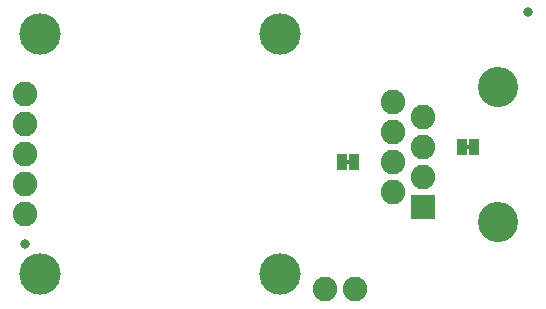
<source format=gbs>
G04 EAGLE Gerber RS-274X export*
G75*
%MOMM*%
%FSLAX34Y34*%
%LPD*%
%INSoldermask Bottom*%
%IPPOS*%
%AMOC8*
5,1,8,0,0,1.08239X$1,22.5*%
G01*
%ADD10C,2.082800*%
%ADD11R,2.082800X2.082800*%
%ADD12C,3.403200*%
%ADD13C,3.505200*%
%ADD14R,0.863600X1.473200*%
%ADD15C,0.838200*%

G36*
X389320Y131457D02*
X389320Y131457D01*
X389386Y131459D01*
X389429Y131477D01*
X389476Y131485D01*
X389533Y131519D01*
X389593Y131544D01*
X389628Y131575D01*
X389669Y131600D01*
X389711Y131651D01*
X389759Y131695D01*
X389781Y131737D01*
X389810Y131774D01*
X389831Y131836D01*
X389862Y131895D01*
X389870Y131949D01*
X389882Y131986D01*
X389881Y132026D01*
X389889Y132080D01*
X389889Y134620D01*
X389878Y134685D01*
X389876Y134751D01*
X389858Y134794D01*
X389850Y134841D01*
X389816Y134898D01*
X389791Y134958D01*
X389760Y134993D01*
X389735Y135034D01*
X389684Y135076D01*
X389640Y135124D01*
X389598Y135146D01*
X389561Y135175D01*
X389499Y135196D01*
X389440Y135227D01*
X389386Y135235D01*
X389349Y135247D01*
X389309Y135246D01*
X389255Y135254D01*
X385445Y135254D01*
X385380Y135243D01*
X385314Y135241D01*
X385271Y135223D01*
X385224Y135215D01*
X385167Y135181D01*
X385107Y135156D01*
X385072Y135125D01*
X385031Y135100D01*
X384990Y135049D01*
X384941Y135005D01*
X384919Y134963D01*
X384890Y134926D01*
X384869Y134864D01*
X384838Y134805D01*
X384830Y134751D01*
X384818Y134714D01*
X384818Y134711D01*
X384819Y134674D01*
X384811Y134620D01*
X384811Y132080D01*
X384822Y132015D01*
X384824Y131949D01*
X384842Y131906D01*
X384850Y131859D01*
X384884Y131802D01*
X384909Y131742D01*
X384940Y131707D01*
X384965Y131666D01*
X385016Y131625D01*
X385060Y131576D01*
X385102Y131554D01*
X385139Y131525D01*
X385201Y131504D01*
X385260Y131473D01*
X385314Y131465D01*
X385351Y131453D01*
X385391Y131454D01*
X385445Y131446D01*
X389255Y131446D01*
X389320Y131457D01*
G37*
G36*
X287720Y118757D02*
X287720Y118757D01*
X287786Y118759D01*
X287829Y118777D01*
X287876Y118785D01*
X287933Y118819D01*
X287993Y118844D01*
X288028Y118875D01*
X288069Y118900D01*
X288111Y118951D01*
X288159Y118995D01*
X288181Y119037D01*
X288210Y119074D01*
X288231Y119136D01*
X288262Y119195D01*
X288270Y119249D01*
X288282Y119286D01*
X288281Y119326D01*
X288289Y119380D01*
X288289Y121920D01*
X288278Y121985D01*
X288276Y122051D01*
X288258Y122094D01*
X288250Y122141D01*
X288216Y122198D01*
X288191Y122258D01*
X288160Y122293D01*
X288135Y122334D01*
X288084Y122376D01*
X288040Y122424D01*
X287998Y122446D01*
X287961Y122475D01*
X287899Y122496D01*
X287840Y122527D01*
X287786Y122535D01*
X287749Y122547D01*
X287709Y122546D01*
X287655Y122554D01*
X283845Y122554D01*
X283780Y122543D01*
X283714Y122541D01*
X283671Y122523D01*
X283624Y122515D01*
X283567Y122481D01*
X283507Y122456D01*
X283472Y122425D01*
X283431Y122400D01*
X283390Y122349D01*
X283341Y122305D01*
X283319Y122263D01*
X283290Y122226D01*
X283269Y122164D01*
X283238Y122105D01*
X283230Y122051D01*
X283218Y122014D01*
X283218Y122011D01*
X283219Y121974D01*
X283211Y121920D01*
X283211Y119380D01*
X283222Y119315D01*
X283224Y119249D01*
X283242Y119206D01*
X283250Y119159D01*
X283284Y119102D01*
X283309Y119042D01*
X283340Y119007D01*
X283365Y118966D01*
X283416Y118925D01*
X283460Y118876D01*
X283502Y118854D01*
X283539Y118825D01*
X283601Y118804D01*
X283660Y118773D01*
X283714Y118765D01*
X283751Y118753D01*
X283791Y118754D01*
X283845Y118746D01*
X287655Y118746D01*
X287720Y118757D01*
G37*
D10*
X323850Y171450D03*
X349250Y158750D03*
X323850Y146050D03*
X323850Y120650D03*
X323850Y95250D03*
X349250Y133350D03*
X349250Y107950D03*
D11*
X349250Y82550D03*
D12*
X412750Y69850D03*
X412750Y184150D03*
D13*
X228600Y25400D03*
X228600Y228600D03*
X25400Y25400D03*
X25400Y228600D03*
D14*
X280543Y120650D03*
X290957Y120650D03*
X392557Y133350D03*
X382143Y133350D03*
D15*
X12700Y50800D03*
X438150Y247650D03*
D10*
X12700Y76200D03*
X266700Y12700D03*
X292100Y12700D03*
X12700Y177800D03*
X12700Y152400D03*
X12700Y127000D03*
X12700Y101600D03*
M02*

</source>
